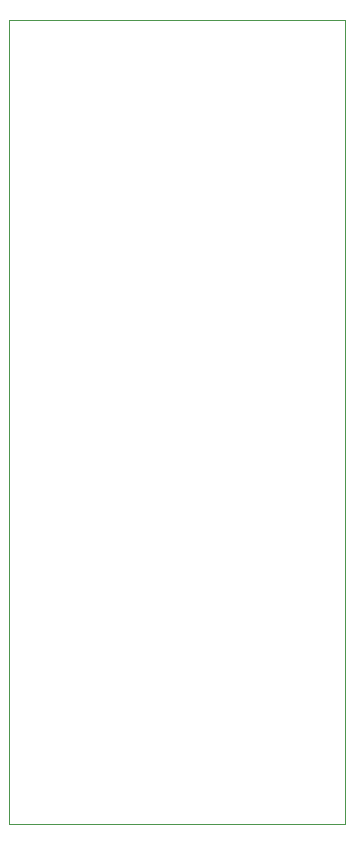
<source format=gbr>
%TF.GenerationSoftware,KiCad,Pcbnew,9.0.3*%
%TF.CreationDate,2025-08-21T16:00:50-04:00*%
%TF.ProjectId,hermes,6865726d-6573-42e6-9b69-6361645f7063,rev?*%
%TF.SameCoordinates,Original*%
%TF.FileFunction,Profile,NP*%
%FSLAX46Y46*%
G04 Gerber Fmt 4.6, Leading zero omitted, Abs format (unit mm)*
G04 Created by KiCad (PCBNEW 9.0.3) date 2025-08-21 16:00:50*
%MOMM*%
%LPD*%
G01*
G04 APERTURE LIST*
%TA.AperFunction,Profile*%
%ADD10C,0.050000*%
%TD*%
G04 APERTURE END LIST*
D10*
X132220000Y-66000000D02*
X160720000Y-66000000D01*
X160720000Y-134000000D01*
X132220000Y-134000000D01*
X132220000Y-66000000D01*
M02*

</source>
